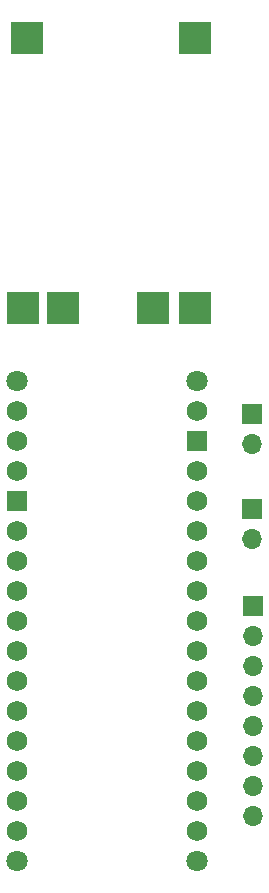
<source format=gbr>
%TF.GenerationSoftware,KiCad,Pcbnew,8.0.6*%
%TF.CreationDate,2025-01-16T11:49:03+01:00*%
%TF.ProjectId,senec-c,73656e65-632d-4632-9e6b-696361645f70,rev?*%
%TF.SameCoordinates,Original*%
%TF.FileFunction,Soldermask,Bot*%
%TF.FilePolarity,Negative*%
%FSLAX46Y46*%
G04 Gerber Fmt 4.6, Leading zero omitted, Abs format (unit mm)*
G04 Created by KiCad (PCBNEW 8.0.6) date 2025-01-16 11:49:03*
%MOMM*%
%LPD*%
G01*
G04 APERTURE LIST*
%ADD10C,1.800000*%
%ADD11C,1.727200*%
%ADD12R,1.727200X1.727200*%
%ADD13R,1.700000X1.700000*%
%ADD14O,1.700000X1.700000*%
%ADD15R,2.800000X2.800000*%
G04 APERTURE END LIST*
D10*
%TO.C,A1*%
X176585000Y-73675000D03*
X176585000Y-114315000D03*
X191825000Y-73675000D03*
X191825000Y-114315000D03*
D11*
X191825000Y-109235000D03*
X191825000Y-83835000D03*
X191825000Y-104155000D03*
X191825000Y-101615000D03*
X191825000Y-99075000D03*
X191825000Y-96535000D03*
X191825000Y-93995000D03*
X191825000Y-91455000D03*
X191825000Y-88915000D03*
X191825000Y-86375000D03*
X191825000Y-106695000D03*
X191825000Y-81295000D03*
X176585000Y-78755000D03*
X176585000Y-76215000D03*
X176585000Y-86375000D03*
X176585000Y-88915000D03*
X176585000Y-91455000D03*
X176585000Y-93995000D03*
X176585000Y-96535000D03*
X176585000Y-99075000D03*
X176585000Y-101615000D03*
X176585000Y-104155000D03*
X176585000Y-106695000D03*
X176585000Y-109235000D03*
X176585000Y-111775000D03*
X191825000Y-111775000D03*
D12*
X176585000Y-83835000D03*
X191825000Y-78755000D03*
D11*
X176585000Y-81295000D03*
X191825000Y-76215000D03*
%TD*%
D13*
%TO.C,J3*%
X196500000Y-76460000D03*
D14*
X196500000Y-79000000D03*
%TD*%
D15*
%TO.C,U1*%
X191612500Y-44587500D03*
X177412500Y-44587500D03*
X191612500Y-67487500D03*
X177112500Y-67487500D03*
X188112500Y-67487500D03*
X180512500Y-67487500D03*
%TD*%
D13*
%TO.C,J1*%
X196575000Y-92695000D03*
D14*
X196575000Y-95235000D03*
X196575000Y-97775000D03*
X196575000Y-100315000D03*
X196575000Y-102855000D03*
X196575000Y-105395000D03*
X196575000Y-107935000D03*
X196575000Y-110475000D03*
%TD*%
D13*
%TO.C,J2*%
X196500000Y-84500000D03*
D14*
X196500000Y-87040000D03*
%TD*%
M02*

</source>
